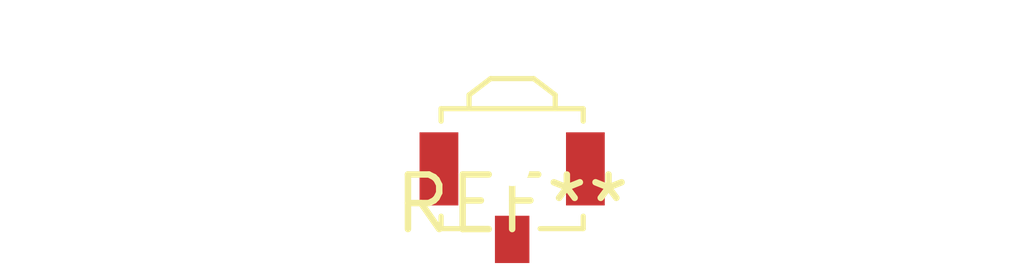
<source format=kicad_pcb>
(kicad_pcb (version 20240108) (generator pcbnew)
  (layers (0 "F.Cu" signal) (31 "B.Cu" signal) (34 "B.Paste" user) (35 "F.Paste" user) (36 "B.SilkS" user "B.Silkscreen") (37 "F.SilkS" user "F.Silkscreen") (38 "B.Mask" user) (39 "F.Mask" user) (44 "Edge.Cuts" user))
  (net 0 "")
  (footprint "SW_SPST_B3U-3100P-B" (layer "F.Cu") (at 0 0)
    (property "Reference" "REF**")
    (property "Value" "SW_SPST_B3U-3100P-B")
    (fp_line (start -1.65 -2.22) (end 1.65 -2.22) (layer "F.SilkS") (stroke (width 0.12)))
    (fp_line (start -1.65 -1.93) (end -1.65 -2.22) (layer "F.SilkS") (stroke (width 0.12)))
    (fp_line (start -1.65 0.28) (end -1.65 0.57) (layer "F.SilkS") (stroke (width 0.12)))
    (fp_line (start -1.65 0.57) (end -0.65 0.57) (layer "F.SilkS") (stroke (width 0.12)))
    (fp_line (start -1 -2.54) (end -1 -2.22) (layer "F.SilkS") (stroke (width 0.12)))
    (fp_line (start -0.5 -2.92) (end -1 -2.54) (layer "F.SilkS") (stroke (width 0.12)))
    (fp_line (start -0.5 -2.92) (end 0.5 -2.92) (layer "F.SilkS") (stroke (width 0.12)))
    (fp_line (start 0.5 -2.92) (end 1 -2.54) (layer "F.SilkS") (stroke (width 0.12)))
    (fp_line (start 1 -2.54) (end 1 -2.22) (layer "F.SilkS") (stroke (width 0.12)))
    (fp_line (start 1.65 -2.22) (end 1.65 -1.93) (layer "F.SilkS") (stroke (width 0.12)))
    (fp_line (start 1.65 0.57) (end 0.65 0.57) (layer "F.SilkS") (stroke (width 0.12)))
    (fp_line (start 1.65 0.57) (end 1.65 0.28) (layer "F.SilkS") (stroke (width 0.12)))
    (pad "" np_thru_hole circle (at 0 -0.82) (size 0.8 0.8) (drill 0.8) (layers *.Cu *.Mask))
    (pad "1" smd rect (at -1.7 -0.82) (size 0.9 1.7) (layers "F.Cu" "F.Paste" "F.Mask"))
    (pad "2" smd rect (at 1.7 -0.82) (size 0.9 1.7) (layers "F.Cu" "F.Paste" "F.Mask"))
    (pad "3" smd rect (at 0 0.82) (size 0.8 1.1) (layers "F.Cu" "F.Paste" "F.Mask"))
  )
)
</source>
